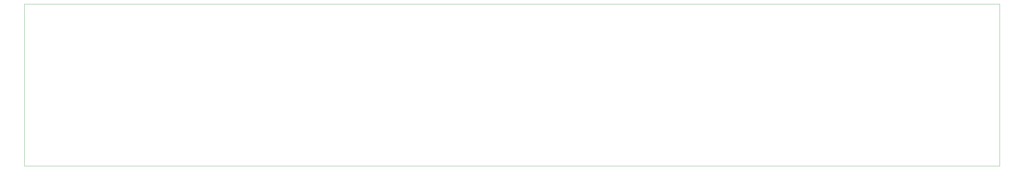
<source format=gbr>
G04 #@! TF.GenerationSoftware,KiCad,Pcbnew,5.1.5+dfsg1-2build2*
G04 #@! TF.CreationDate,2020-12-17T01:47:48-07:00*
G04 #@! TF.ProjectId,eurorackBus,6575726f-7261-4636-9b42-75732e6b6963,rev?*
G04 #@! TF.SameCoordinates,Original*
G04 #@! TF.FileFunction,Profile,NP*
%FSLAX46Y46*%
G04 Gerber Fmt 4.6, Leading zero omitted, Abs format (unit mm)*
G04 Created by KiCad (PCBNEW 5.1.5+dfsg1-2build2) date 2020-12-17 01:47:48*
%MOMM*%
%LPD*%
G04 APERTURE LIST*
%ADD10C,0.050000*%
G04 APERTURE END LIST*
D10*
X314960000Y-121920000D02*
X10160000Y-121920000D01*
X314960000Y-71120000D02*
X314960000Y-121920000D01*
X10160000Y-71120000D02*
X314960000Y-71120000D01*
X10160000Y-121920000D02*
X10160000Y-71120000D01*
M02*

</source>
